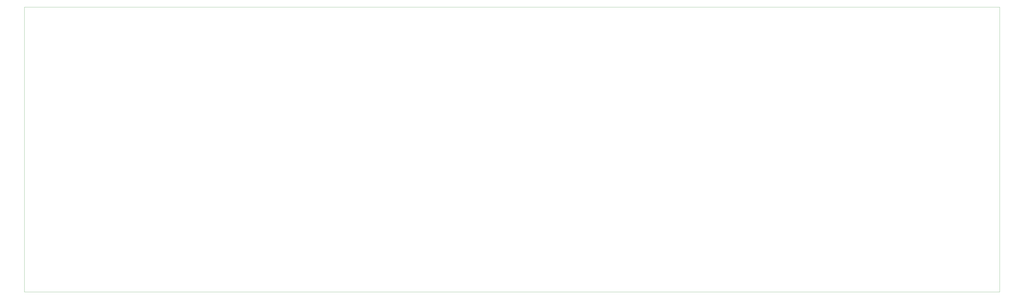
<source format=gbr>
%TF.GenerationSoftware,KiCad,Pcbnew,8.0.8*%
%TF.CreationDate,2025-04-08T21:15:21+02:00*%
%TF.ProjectId,TP-Board-iso105,54502d42-6f61-4726-942d-69736f313035,rev?*%
%TF.SameCoordinates,Original*%
%TF.FileFunction,Profile,NP*%
%FSLAX46Y46*%
G04 Gerber Fmt 4.6, Leading zero omitted, Abs format (unit mm)*
G04 Created by KiCad (PCBNEW 8.0.8) date 2025-04-08 21:15:21*
%MOMM*%
%LPD*%
G01*
G04 APERTURE LIST*
%TA.AperFunction,Profile*%
%ADD10C,0.050000*%
%TD*%
G04 APERTURE END LIST*
D10*
X27600000Y-27600000D02*
X458175000Y-27600000D01*
X458175000Y-153375000D01*
X27600000Y-153375000D01*
X27600000Y-27600000D01*
M02*

</source>
